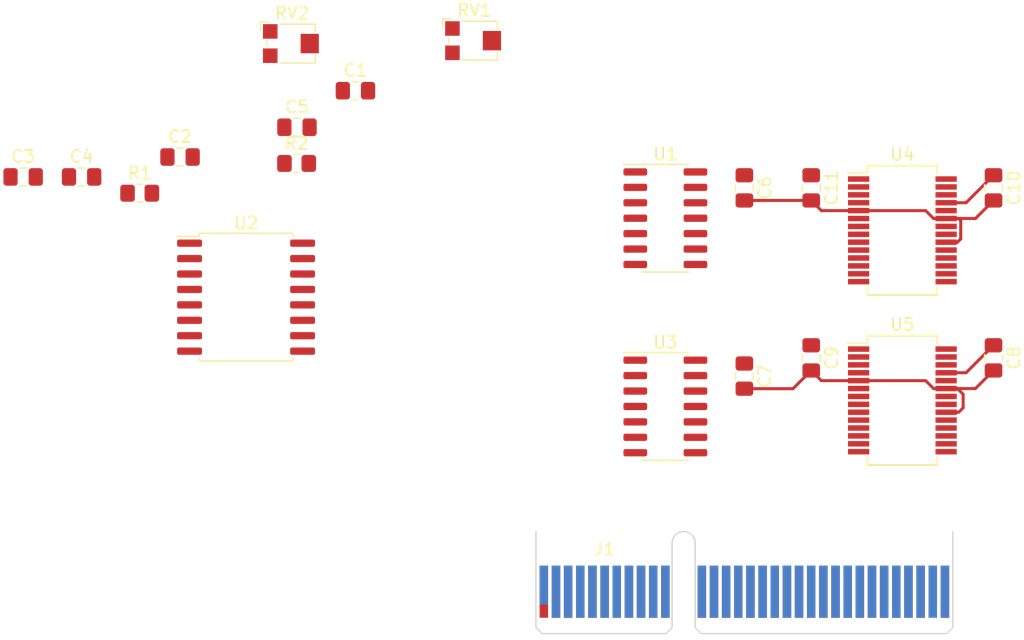
<source format=kicad_pcb>
(kicad_pcb (version 20210126) (generator pcbnew)
  (layers (0 "F.Cu" signal) (31 "B.Cu" signal) (34 "B.Paste" user) (35 "F.Paste" user) (36 "B.SilkS" user "B.Silkscreen") (37 "F.SilkS" user "F.Silkscreen") (38 "B.Mask" user) (39 "F.Mask" user) (44 "Edge.Cuts" user))
  (net 0 "")
  (net 1 "GND")
  (net 2 "+15V")
  (net 3 "-15V")
  (net 4 "Net-(C3-Pad1)")
  (net 5 "/Vref+")
  (net 6 "/Vref-")
  (net 7 "+5V")
  (net 8 "/Vdac6")
  (net 9 "/Vdac4")
  (net 10 "/Vdac2")
  (net 11 "/Vdac0")
  (net 17 "/Vdac7")
  (net 18 "/Vdac5")
  (net 19 "/Vdac3")
  (net 20 "/Vdac1")
  (net 26 "+3V3")
  (net 27 "/D1")
  (net 28 "/D3")
  (net 29 "/D5")
  (net 30 "/D7")
  (net 31 "/D9")
  (net 32 "/D11")
  (net 33 "/~CLR")
  (net 37 "/A1")
  (net 39 "/D0")
  (net 40 "/D2")
  (net 41 "/D4")
  (net 42 "/D6")
  (net 43 "/D8")
  (net 44 "/D10")
  (net 45 "/~LDAC")
  (net 49 "/A0")
  (net 50 "/A2")
  (net 51 "Net-(R1-Pad2)")
  (net 52 "Net-(R2-Pad2)")
  (net 53 "Net-(RV1-Pad2)")
  (net 54 "Net-(RV1-Pad3)")
  (net 55 "Net-(RV1-Pad1)")
  (net 56 "Net-(RV2-Pad2)")
  (net 58 "Net-(U1-Pad10)")
  (net 59 "/~LDAC~_0")
  (net 60 "Net-(U1-Pad3)")
  (net 63 "Net-(U3-Pad12)")
  (net 64 "/~LDAC~_1")
  (net 65 "Net-(U3-Pad10)")
  (net 66 "Net-(U3-Pad3)")
  (net 67 "Net-(C6-Pad1)")
  (footprint "Resistor_SMD:R_0805_2012Metric_Pad1.20x1.40mm_HandSolder" (layer "F.Cu") (at 67.75 72.44)
    (fp_text reference "R1" (at 0 -1.65) (layer "F.SilkS"))
    (fp_text value "6R2")
    (fp_line (start -0.227064 -0.735) (end 0.227064 -0.735) (layer "F.SilkS") (width 0.12))
    (fp_line (start -0.227064 0.735) (end 0.227064 0.735) (layer "F.SilkS") (width 0.12))
    (pad "1" smd roundrect (at -1 0) (size 1.2 1.4) (layers "F.Cu" "F.Paste" "F.Mask") (roundrect_rratio 0.208333) (net 5 "/Vref+"))
    (pad "2" smd roundrect (at 1 0) (size 1.2 1.4) (layers "F.Cu" "F.Paste" "F.Mask") (roundrect_rratio 0.208333) (net 51 "Net-(R1-Pad2)"))
  )
  (footprint "Capacitor_SMD:C_0805_2012Metric_Pad1.18x1.45mm_HandSolder" (layer "F.Cu") (at 123 86 -90)
    (fp_text reference "C9" (at 0 -1.68 90) (layer "F.SilkS"))
    (fp_text value "100n")
    (fp_line (start -0.261252 -0.735) (end 0.261252 -0.735) (layer "F.SilkS") (width 0.12))
    (fp_line (start -0.261252 0.735) (end 0.261252 0.735) (layer "F.SilkS") (width 0.12))
    (pad "1" smd roundrect (at -1.0375 0 270) (size 1.175 1.45) (layers "F.Cu" "F.Paste" "F.Mask") (roundrect_rratio 0.212766) (net 3 "-15V"))
    (pad "2" smd roundrect (at 1.0375 0 270) (size 1.175 1.45) (layers "F.Cu" "F.Paste" "F.Mask") (roundrect_rratio 0.212766) (net 1 "GND"))
  )
  (footprint "Connector_PCBEdge:BUS_PCIexpress_x4" (layer "F.Cu") (at 101 105.25)
    (fp_text reference "J1" (at 5 -3.5) (layer "F.SilkS"))
    (fp_text value "DacConnector")
    (fp_line (start 33.65 -4.95) (end 33.65 2.95) (layer "Edge.Cuts") (width 0.1))
    (fp_line (start 12.95 3.45) (end 33.15 3.45) (layer "Edge.Cuts") (width 0.1))
    (fp_line (start 33.65 2.95) (end 33.15 3.45) (layer "Edge.Cuts") (width 0.1))
    (fp_line (start 10.55 2.95) (end 10.05 3.45) (layer "Edge.Cuts") (width 0.1))
    (fp_line (start -0.65 2.95) (end -0.15 3.45) (layer "Edge.Cuts") (width 0.1))
    (fp_line (start -0.65 -4.95) (end -0.65 2.95) (layer "Edge.Cuts") (width 0.1))
    (fp_line (start 12.45 2.95) (end 12.95 3.45) (layer "Edge.Cuts") (width 0.1))
    (fp_line (start 12.45 -4) (end 12.45 2.95) (layer "Edge.Cuts") (width 0.1))
    (fp_line (start -0.15 3.45) (end 10.05 3.45) (layer "Edge.Cuts") (width 0.1))
    (fp_line (start 10.55 -4) (end 10.55 2.95) (layer "Edge.Cuts") (width 0.1))
    (fp_arc (start 11.5 -4) (end 12.45 -4) (angle -180) (layer "Edge.Cuts") (width 0.1))
    (pad "A1" connect rect (at 0 -0.55) (size 0.7 3.2) (layers "B.Cu" "B.Mask") (net 2 "+15V"))
    (pad "A2" connect rect (at 1 0) (size 0.7 4.3) (layers "B.Cu" "B.Mask") (net 1 "GND"))
    (pad "A3" connect rect (at 2 0) (size 0.7 4.3) (layers "B.Cu" "B.Mask") (net 3 "-15V"))
    (pad "A4" connect rect (at 3 0) (size 0.7 4.3) (layers "B.Cu" "B.Mask") (net 1 "GND"))
    (pad "A5" connect rect (at 4 0) (size 0.7 4.3) (layers "B.Cu" "B.Mask") (net 7 "+5V"))
    (pad "A6" connect rect (at 5 0) (size 0.7 4.3) (layers "B.Cu" "B.Mask") (net 39 "/D0"))
    (pad "A7" connect rect (at 6 0) (size 0.7 4.3) (layers "B.Cu" "B.Mask") (net 40 "/D2"))
    (pad "A8" connect rect (at 7 0) (size 0.7 4.3) (layers "B.Cu" "B.Mask") (net 41 "/D4"))
    (pad "A9" connect rect (at 8 0) (size 0.7 4.3) (layers "B.Cu" "B.Mask") (net 42 "/D6"))
    (pad "A10" connect rect (at 9 0) (size 0.7 4.3) (layers "B.Cu" "B.Mask") (net 43 "/D8"))
    (pad "A11" connect rect (at 10 0) (size 0.7 4.3) (layers "B.Cu" "B.Mask") (net 44 "/D10"))
    (pad "A12" connect rect (at 13 0) (size 0.7 4.3) (layers "B.Cu" "B.Mask") (net 49 "/A0"))
    (pad "A13" connect rect (at 14 0) (size 0.7 4.3) (layers "B.Cu" "B.Mask") (net 50 "/A2"))
    (pad "A14" connect rect (at 15 0) (size 0.7 4.3) (layers "B.Cu" "B.Mask") (net 45 "/~LDAC"))
    (pad "A15" connect rect (at 16 0) (size 0.7 4.3) (layers "B.Cu" "B.Mask") (net 1 "GND"))
    (pad "A16" connect rect (at 17 0) (size 0.7 4.3) (layers "B.Cu" "B.Mask"))
    (pad "A17" connect rect (at 18 0) (size 0.7 4.3) (layers "B.Cu" "B.Mask"))
    (pad "A18" connect rect (at 19 0) (size 0.7 4.3) (layers "B.Cu" "B.Mask"))
    (pad "A19" connect rect (at 20 0) (size 0.7 4.3) (layers "B.Cu" "B.Mask"))
    (pad "A20" connect rect (at 21 0) (size 0.7 4.3) (layers "B.Cu" "B.Mask"))
    (pad "A21" connect rect (at 22 0) (size 0.7 4.3) (layers "B.Cu" "B.Mask"))
    (pad "A22" connect rect (at 23 0) (size 0.7 4.3) (layers "B.Cu" "B.Mask"))
    (pad "A23" connect rect (at 24 0) (size 0.7 4.3) (layers "B.Cu" "B.Mask"))
    (pad "A24" connect rect (at 25 0) (size 0.7 4.3) (layers "B.Cu" "B.Mask") (net 1 "GND"))
    (pad "A25" connect rect (at 26 0) (size 0.7 4.3) (layers "B.Cu" "B.Mask") (net 11 "/Vdac0"))
    (pad "A26" connect rect (at 27 0) (size 0.7 4.3) (layers "B.Cu" "B.Mask") (net 1 "GND"))
    (pad "A27" connect rect (at 28 0) (size 0.7 4.3) (layers "B.Cu" "B.Mask") (net 10 "/Vdac2"))
    (pad "A28" connect rect (at 29 0) (size 0.7 4.3) (layers "B.Cu" "B.Mask") (net 1 "GND"))
    (pad "A29" connect rect (at 30 0) (size 0.7 4.3) (layers "B.Cu" "B.Mask") (net 9 "/Vdac4"))
    (pad "A30" connect rect (at 31 0) (size 0.7 4.3) (layers "B.Cu" "B.Mask") (net 1 "GND"))
    (pad "A31" connect rect (at 32 0) (size 0.7 4.3) (layers "B.Cu" "B.Mask") (net 8 "/Vdac6"))
    (pad "A32" connect rect (at 33 0) (size 0.7 4.3) (layers "B.Cu" "B.Mask") (net 1 "GND"))
    (pad "B1" connect rect (at 0 0) (size 0.7 4.3) (layers "F.Cu" "F.Mask") (net 2 "+15V"))
    (pad "B2" connect rect (at 1 0) (size 0.7 4.3) (layers "F.Cu" "F.Mask") (net 1 "GND"))
    (pad "B3" connect rect (at 2 0) (size 0.7 4.3) (layers "F.Cu" "F.Mask") (net 3 "-15V"))
    (pad "B4" connect rect (at 3 0) (size 0.7 4.3) (layers "F.Cu" "F.Mask") (net 1 "GND"))
    (pad "B5" connect rect (at 4 0) (size 0.7 4.3) (layers "F.Cu" "F.Mask") (net 26 "+3V3"))
    (pad "B6" connect rect (at 5 0) (size 0.7 4.3) (layers "F.Cu" "F.Mask") (net 27 "/D1"))
    (pad "B7" connect rect (at 6 0) (size 0.7 4.3) (layers "F.Cu" "F.Mask") (net 28 "/D3"))
    (pad "B8" connect rect (at 7 0) (size 0.7 4.3) (layers "F.Cu" "F.Mask") (net 29 "/D5"))
    (pad "B9" connect rect (at 8 0) (size 0.7 4.3) (layers "F.Cu" "F.Mask") (net 30 "/D7"))
    (pad "B10" connect rect (at 9 0) (size 0.7 4.3) (layers "F.Cu" "F.Mask") (net 31 "/D9"))
    (pad "B11" connect rect (at 10 0) (size 0.7 4.3) (layers "F.Cu" "F.Mask") (net 32 "/D11"))
    (pad "B12" connect rect (at 13 0) (size 0.7 4.3) (layers "F.Cu" "F.Mask") (net 37 "/A1"))
    (pad "B13" connect rect (at 14 0) (size 0.7 4.3) (layers "F.Cu" "F.Mask"))
    (pad "B14" connect rect (at 15 0) (size 0.7 4.3) (layers "F.Cu" "F.Mask") (net 33 "/~CLR"))
    (pad "B15" connect rect (at 16 0) (size 0.7 4.3) (layers "F.Cu" "F.Mask") (net 1 "GND"))
    (pad "B16" connect rect (at 17 0) (size 0.7 4.3) (layers "F.Cu" "F.Mask"))
    (pad "B17" connect rect (at 18 0) (size 0.7 4.3) (layers "F.Cu" "F.Mask"))
    (pad "B18" connect rect (at 19 0) (size 0.7 4.3) (layers "F.Cu" "F.Mask"))
    (pad "B19" connect rect (at 20 0) (size 0.7 4.3) (layers "F.Cu" "F.Mask"))
    (pad "B20" connect rect (at 21 0) (size 0.7 4.3) (layers "F.Cu" "F.Mask"))
    (pad "B21" connect rect (at 22 0) (size 0.7 4.3) (layers "F.Cu" "F.Mask"))
    (pad "B22" connect rect (at 23 0) (size 0.7 4.3) (layers "F.Cu" "F.Mask"))
    (pad "B23" connect rect (at 24 0) (size 0.7 4.3) (layers "F.Cu" "F.Mask"))
    (pad "B24" connect rect (at 25 0) (size 0.7 4.3) (layers "F.Cu" "F.Mask") (net 1 "GND"))
    (pad "B25" connect rect (at 26 0) (size 0.7 4.3) (layers "F.Cu" "F.Mask") (net 1 "GND"))
    (pad "B26" connect rect (at 27 0) (size 0.7 4.3) (layers "F.Cu" "F.Mask") (net 20 "/Vdac1"))
    (pad "B27" connect rect (at 28 0) (size 0.7 4.3) (layers "F.Cu" "F.Mask") (net 1 "GND"))
    (pad "B28" connect rect (at 29 0) (size 0.7 4.3) (layers "F.Cu" "F.Mask") (net 19 "/Vdac3"))
    (pad "B29" connect rect (at 30 0) (size 0.7 4.3) (layers "F.Cu" "F.Mask") (net 1 "GND"))
    (pad "B30" connect rect (at 31 0) (size 0.7 4.3) (layers "F.Cu" "F.Mask") (net 18 "/Vdac5"))
    (pad "B31" connect rect (at 32 -0.55) (size 0.7 3.2) (layers "F.Cu" "F.Mask") (net 1 "GND"))
    (pad "B32" connect rect (at 33 0) (size 0.7 4.3) (layers "F.Cu" "F.Mask") (net 17 "/Vdac7"))
  )
  (footprint "Capacitor_SMD:C_0805_2012Metric_Pad1.18x1.45mm_HandSolder" (layer "F.Cu") (at 123 72 -90)
    (fp_text reference "C11" (at 0 -1.68 90) (layer "F.SilkS"))
    (fp_text value "100n")
    (fp_line (start -0.261252 -0.735) (end 0.261252 -0.735) (layer "F.SilkS") (width 0.12))
    (fp_line (start -0.261252 0.735) (end 0.261252 0.735) (layer "F.SilkS") (width 0.12))
    (pad "1" smd roundrect (at -1.0375 0 270) (size 1.175 1.45) (layers "F.Cu" "F.Paste" "F.Mask") (roundrect_rratio 0.212766) (net 3 "-15V"))
    (pad "2" smd roundrect (at 1.0375 0 270) (size 1.175 1.45) (layers "F.Cu" "F.Paste" "F.Mask") (roundrect_rratio 0.212766) (net 1 "GND"))
  )
  (footprint "Capacitor_SMD:C_0805_2012Metric_Pad1.18x1.45mm_HandSolder" (layer "F.Cu") (at 85.5 64)
    (fp_text reference "C1" (at 0 -1.68) (layer "F.SilkS"))
    (fp_text value "100n")
    (fp_line (start -0.261252 -0.735) (end 0.261252 -0.735) (layer "F.SilkS") (width 0.12))
    (fp_line (start -0.261252 0.735) (end 0.261252 0.735) (layer "F.SilkS") (width 0.12))
    (pad "1" smd roundrect (at -1.0375 0) (size 1.175 1.45) (layers "F.Cu" "F.Paste" "F.Mask") (roundrect_rratio 0.212766) (net 2 "+15V"))
    (pad "2" smd roundrect (at 1.0375 0) (size 1.175 1.45) (layers "F.Cu" "F.Paste" "F.Mask") (roundrect_rratio 0.212766) (net 1 "GND"))
  )
  (footprint "Capacitor_SMD:C_0805_2012Metric_Pad1.18x1.45mm_HandSolder" (layer "F.Cu") (at 138 72 -90)
    (fp_text reference "C10" (at 0 -1.68 90) (layer "F.SilkS"))
    (fp_text value "100n")
    (fp_line (start -0.261252 -0.735) (end 0.261252 -0.735) (layer "F.SilkS") (width 0.12))
    (fp_line (start -0.261252 0.735) (end 0.261252 0.735) (layer "F.SilkS") (width 0.12))
    (pad "1" smd roundrect (at -1.0375 0 270) (size 1.175 1.45) (layers "F.Cu" "F.Paste" "F.Mask") (roundrect_rratio 0.212766) (net 2 "+15V"))
    (pad "2" smd roundrect (at 1.0375 0 270) (size 1.175 1.45) (layers "F.Cu" "F.Paste" "F.Mask") (roundrect_rratio 0.212766) (net 1 "GND"))
  )
  (footprint "Capacitor_SMD:C_0805_2012Metric_Pad1.18x1.45mm_HandSolder" (layer "F.Cu") (at 117.5 72 -90)
    (fp_text reference "C6" (at 0 -1.68 90) (layer "F.SilkS"))
    (fp_text value "100n")
    (fp_line (start -0.261252 -0.735) (end 0.261252 -0.735) (layer "F.SilkS") (width 0.12))
    (fp_line (start -0.261252 0.735) (end 0.261252 0.735) (layer "F.SilkS") (width 0.12))
    (pad "1" smd roundrect (at -1.0375 0 270) (size 1.175 1.45) (layers "F.Cu" "F.Paste" "F.Mask") (roundrect_rratio 0.212766) (net 67 "Net-(C6-Pad1)"))
    (pad "2" smd roundrect (at 1.0375 0 270) (size 1.175 1.45) (layers "F.Cu" "F.Paste" "F.Mask") (roundrect_rratio 0.212766) (net 1 "GND"))
  )
  (footprint "Package_SO:SSOP-28_5.3x10.2mm_P0.65mm" (layer "F.Cu") (at 130.5 89.5)
    (fp_text reference "U5" (at 0 -6.25) (layer "F.SilkS"))
    (fp_text value "AD5725")
    (fp_line (start 2.875 -5.325) (end 2.875 -4.675) (layer "F.SilkS") (width 0.15))
    (fp_line (start -2.875 -4.75) (end -4.475 -4.75) (layer "F.SilkS") (width 0.15))
    (fp_line (start -2.875 -5.325) (end 2.875 -5.325) (layer "F.SilkS") (width 0.15))
    (fp_line (start -2.875 -5.325) (end -2.875 -4.75) (layer "F.SilkS") (width 0.15))
    (fp_line (start 2.875 5.325) (end 2.875 4.675) (layer "F.SilkS") (width 0.15))
    (fp_line (start -2.875 5.325) (end 2.875 5.325) (layer "F.SilkS") (width 0.15))
    (fp_line (start -2.875 5.325) (end -2.875 4.675) (layer "F.SilkS") (width 0.15))
    (pad "1" smd rect (at -3.6 -4.225) (size 1.75 0.45) (layers "F.Cu" "F.Paste" "F.Mask") (net 5 "/Vref+"))
    (pad "2" smd rect (at -3.6 -3.575) (size 1.75 0.45) (layers "F.Cu" "F.Paste" "F.Mask") (net 18 "/Vdac5"))
    (pad "3" smd rect (at -3.6 -2.925) (size 1.75 0.45) (layers "F.Cu" "F.Paste" "F.Mask") (net 9 "/Vdac4"))
    (pad "4" smd rect (at -3.6 -2.275) (size 1.75 0.45) (layers "F.Cu" "F.Paste" "F.Mask") (net 3 "-15V"))
    (pad "5" smd rect (at -3.6 -1.625) (size 1.75 0.45) (layers "F.Cu" "F.Paste" "F.Mask") (net 1 "GND"))
    (pad "6" smd rect (at -3.6 -0.975) (size 1.75 0.45) (layers "F.Cu" "F.Paste" "F.Mask") (net 33 "/~CLR"))
    (pad "7" smd rect (at -3.6 -0.325) (size 1.75 0.45) (layers "F.Cu" "F.Paste" "F.Mask") (net 64 "/~LDAC~_1"))
    (pad "8" smd rect (at -3.6 0.325) (size 1.75 0.45) (layers "F.Cu" "F.Paste" "F.Mask") (net 39 "/D0"))
    (pad "9" smd rect (at -3.6 0.975) (size 1.75 0.45) (layers "F.Cu" "F.Paste" "F.Mask") (net 27 "/D1"))
    (pad "10" smd rect (at -3.6 1.625) (size 1.75 0.45) (layers "F.Cu" "F.Paste" "F.Mask") (net 40 "/D2"))
    (pad "11" smd rect (at -3.6 2.275) (size 1.75 0.45) (layers "F.Cu" "F.Paste" "F.Mask") (net 28 "/D3"))
    (pad "12" smd rect (at -3.6 2.925) (size 1.75 0.45) (layers "F.Cu" "F.Paste" "F.Mask") (net 41 "/D4"))
    (pad "13" smd rect (at -3.6 3.575) (size 1.75 0.45) (layers "F.Cu" "F.Paste" "F.Mask") (net 29 "/D5"))
    (pad "14" smd rect (at -3.6 4.225) (size 1.75 0.45) (layers "F.Cu" "F.Paste" "F.Mask") (net 42 "/D6"))
    (pad "15" smd rect (at 3.6 4.225) (size 1.75 0.45) (layers "F.Cu" "F.Paste" "F.Mask") (net 30 "/D7"))
    (pad "16" smd rect (at 3.6 3.575) (size 1.75 0.45) (layers "F.Cu" "F.Paste" "F.Mask") (net 43 "/D8"))
    (pad "17" smd rect (at 3.6 2.925) (size 1.75 0.45) (layers "F.Cu" "F.Paste" "F.Mask") (net 31 "/D9"))
    (pad "18" smd rect (at 3.6 2.275) (size 1.75 0.45) (layers "F.Cu" "F.Paste" "F.Mask") (net 44 "/D10"))
    (pad "19" smd rect (at 3.6 1.625) (size 1.75 0.45) (layers "F.Cu" "F.Paste" "F.Mask") (net 32 "/D11"))
    (pad "20" smd rect (at 3.6 0.975) (size 1.75 0.45) (layers "F.Cu" "F.Paste" "F.Mask") (net 1 "GND"))
    (pad "21" smd rect (at 3.6 0.325) (size 1.75 0.45) (layers "F.Cu" "F.Paste" "F.Mask") (net 37 "/A1"))
    (pad "22" smd rect (at 3.6 -0.325) (size 1.75 0.45) (layers "F.Cu" "F.Paste" "F.Mask") (net 49 "/A0"))
    (pad "23" smd rect (at 3.6 -0.975) (size 1.75 0.45) (layers "F.Cu" "F.Paste" "F.Mask") (net 1 "GND"))
    (pad "24" smd rect (at 3.6 -1.625) (size 1.75 0.45) (layers "F.Cu" "F.Paste" "F.Mask") (net 7 "+5V"))
    (pad "25" smd rect (at 3.6 -2.275) (size 1.75 0.45) (layers "F.Cu" "F.Paste" "F.Mask") (net 2 "+15V"))
    (pad "26" smd rect (at 3.6 -2.925) (size 1.75 0.45) (layers "F.Cu" "F.Paste" "F.Mask") (net 17 "/Vdac7"))
    (pad "27" smd rect (at 3.6 -3.575) (size 1.75 0.45) (layers "F.Cu" "F.Paste" "F.Mask") (net 8 "/Vdac6"))
    (pad "28" smd rect (at 3.6 -4.225) (size 1.75 0.45) (layers "F.Cu" "F.Paste" "F.Mask") (net 6 "/Vref-"))
  )
  (footprint "Capacitor_SMD:C_0805_2012Metric_Pad1.18x1.45mm_HandSolder" (layer "F.Cu") (at 62.97 71.1)
    (fp_text reference "C4" (at 0 -1.68) (layer "F.SilkS"))
    (fp_text value "220n")
    (fp_line (start -0.261252 -0.735) (end 0.261252 -0.735) (layer "F.SilkS") (width 0.12))
    (fp_line (start -0.261252 0.735) (end 0.261252 0.735) (layer "F.SilkS") (width 0.12))
    (pad "1" smd roundrect (at -1.0375 0) (size 1.175 1.45) (layers "F.Cu" "F.Paste" "F.Mask") (roundrect_rratio 0.212766) (net 5 "/Vref+"))
    (pad "2" smd roundrect (at 1.0375 0) (size 1.175 1.45) (layers "F.Cu" "F.Paste" "F.Mask") (roundrect_rratio 0.212766) (net 1 "GND"))
  )
  (footprint "Package_SO:SOIC-14_3.9x8.7mm_P1.27mm" (layer "F.Cu") (at 111 90)
    (fp_text reference "U3" (at 0 -5.28) (layer "F.SilkS"))
    (fp_text value "74HC00")
    (fp_line (start 0 -4.435) (end 1.95 -4.435) (layer "F.SilkS") (width 0.12))
    (fp_line (start 0 -4.435) (end -3.45 -4.435) (layer "F.SilkS") (width 0.12))
    (fp_line (start 0 4.435) (end 1.95 4.435) (layer "F.SilkS") (width 0.12))
    (fp_line (start 0 4.435) (end -1.95 4.435) (layer "F.SilkS") (width 0.12))
    (pad "1" smd roundrect (at -2.475 -3.81) (size 1.95 0.6) (layers "F.Cu" "F.Paste" "F.Mask") (net 45 "/~LDAC"))
    (pad "2" smd roundrect (at -2.475 -2.54) (size 1.95 0.6) (layers "F.Cu" "F.Paste" "F.Mask") (net 45 "/~LDAC"))
    (pad "3" smd roundrect (at -2.475 -1.27) (size 1.95 0.6) (layers "F.Cu" "F.Paste" "F.Mask") (net 66 "Net-(U3-Pad3)"))
    (pad "4" smd roundrect (at -2.475 0) (size 1.95 0.6) (layers "F.Cu" "F.Paste" "F.Mask") (net 50 "/A2"))
    (pad "5" smd roundrect (at -2.475 1.27) (size 1.95 0.6) (layers "F.Cu" "F.Paste" "F.Mask") (net 50 "/A2"))
    (pad "6" smd roundrect (at -2.475 2.54) (size 1.95 0.6) (layers "F.Cu" "F.Paste" "F.Mask") (net 65 "Net-(U3-Pad10)"))
    (pad "7" smd roundrect (at -2.475 3.81) (size 1.95 0.6) (layers "F.Cu" "F.Paste" "F.Mask") (net 1 "GND"))
    (pad "8" smd roundrect (at 2.475 3.81) (size 1.95 0.6) (layers "F.Cu" "F.Paste" "F.Mask") (net 63 "Net-(U3-Pad12)"))
    (pad "9" smd roundrect (at 2.475 2.54) (size 1.95 0.6) (layers "F.Cu" "F.Paste" "F.Mask") (net 66 "Net-(U3-Pad3)"))
    (pad "10" smd roundrect (at 2.475 1.27) (size 1.95 0.6) (layers "F.Cu" "F.Paste" "F.Mask") (net 65 "Net-(U3-Pad10)"))
    (pad "11" smd roundrect (at 2.475 0) (size 1.95 0.6) (layers "F.Cu" "F.Paste" "F.Mask") (net 64 "/~LDAC~_1"))
    (pad "12" smd roundrect (at 2.475 -1.27) (size 1.95 0.6) (layers "F.Cu" "F.Paste" "F.Mask") (net 63 "Net-(U3-Pad12)"))
    (pad "13" smd roundrect (at 2.475 -2.54) (size 1.95 0.6) (layers "F.Cu" "F.Paste" "F.Mask") (net 63 "Net-(U3-Pad12)"))
    (pad "14" smd roundrect (at 2.475 -3.81) (size 1.95 0.6) (layers "F.Cu" "F.Paste" "F.Mask") (net 7 "+5V"))
  )
  (footprint "Capacitor_SMD:C_0805_2012Metric_Pad1.18x1.45mm_HandSolder" (layer "F.Cu") (at 117.5 87.5 -90)
    (fp_text reference "C7" (at 0 -1.68 90) (layer "F.SilkS"))
    (fp_text value "100n")
    (fp_line (start -0.261252 -0.735) (end 0.261252 -0.735) (layer "F.SilkS") (width 0.12))
    (fp_line (start -0.261252 0.735) (end 0.261252 0.735) (layer "F.SilkS") (width 0.12))
    (pad "1" smd roundrect (at -1.0375 0 270) (size 1.175 1.45) (layers "F.Cu" "F.Paste" "F.Mask") (roundrect_rratio 0.212766) (net 67 "Net-(C6-Pad1)"))
    (pad "2" smd roundrect (at 1.0375 0 270) (size 1.175 1.45) (layers "F.Cu" "F.Paste" "F.Mask") (roundrect_rratio 0.212766) (net 1 "GND"))
  )
  (footprint "Capacitor_SMD:C_0805_2012Metric_Pad1.18x1.45mm_HandSolder" (layer "F.Cu") (at 58.16 71.1)
    (fp_text reference "C3" (at 0 -1.68) (layer "F.SilkS"))
    (fp_text value "1u")
    (fp_line (start -0.261252 -0.735) (end 0.261252 -0.735) (layer "F.SilkS") (width 0.12))
    (fp_line (start -0.261252 0.735) (end 0.261252 0.735) (layer "F.SilkS") (width 0.12))
    (pad "1" smd roundrect (at -1.0375 0) (size 1.175 1.45) (layers "F.Cu" "F.Paste" "F.Mask") (roundrect_rratio 0.212766) (net 4 "Net-(C3-Pad1)"))
    (pad "2" smd roundrect (at 1.0375 0) (size 1.175 1.45) (layers "F.Cu" "F.Paste" "F.Mask") (roundrect_rratio 0.212766) (net 1 "GND"))
  )
  (footprint "Package_SO:SOIC-16W_7.5x10.3mm_P1.27mm" (layer "F.Cu") (at 76.5 81)
    (fp_text reference "U2" (at 0 -6.1) (layer "F.SilkS"))
    (fp_text value "AD688")
    (fp_line (start 3.86 -5.26) (end 3.86 -5.005) (layer "F.SilkS") (width 0.12))
    (fp_line (start 0 -5.26) (end -3.86 -5.26) (layer "F.SilkS") (width 0.12))
    (fp_line (start 3.86 5.26) (end 3.86 5.005) (layer "F.SilkS") (width 0.12))
    (fp_line (start -3.86 -5.26) (end -3.86 -5.005) (layer "F.SilkS") (width 0.12))
    (fp_line (start -3.86 5.26) (end -3.86 5.005) (layer "F.SilkS") (width 0.12))
    (fp_line (start 0 5.26) (end -3.86 5.26) (layer "F.SilkS") (width 0.12))
    (fp_line (start -3.86 -5.005) (end -5.675 -5.005) (layer "F.SilkS") (width 0.12))
    (fp_line (start 0 5.26) (end 3.86 5.26) (layer "F.SilkS") (width 0.12))
    (fp_line (start 0 -5.26) (end 3.86 -5.26) (layer "F.SilkS") (width 0.12))
    (pad "1" smd roundrect (at -4.65 -4.445) (size 2.05 0.6) (layers "F.Cu" "F.Paste" "F.Mask") (net 51 "Net-(R1-Pad2)"))
    (pad "2" smd roundrect (at -4.65 -3.175) (size 2.05 0.6) (layers "F.Cu" "F.Paste" "F.Mask") (net 2 "+15V"))
    (pad "3" smd roundrect (at -4.65 -1.905) (size 2.05 0.6) (layers "F.Cu" "F.Paste" "F.Mask") (net 5 "/Vref+"))
    (pad "4" smd roundrect (at -4.65 -0.635) (size 2.05 0.6) (layers "F.Cu" "F.Paste" "F.Mask") (net 55 "Net-(RV1-Pad1)"))
    (pad "5" smd roundrect (at -4.65 0.635) (size 2.05 0.6) (layers "F.Cu" "F.Paste" "F.Mask") (net 53 "Net-(RV1-Pad2)"))
    (pad "6" smd roundrect (at -4.65 1.905) (size 2.05 0.6) (layers "F.Cu" "F.Paste" "F.Mask") (net 55 "Net-(RV1-Pad1)"))
    (pad "7" smd roundrect (at -4.65 3.175) (size 2.05 0.6) (layers "F.Cu" "F.Paste" "F.Mask") (net 4 "Net-(C3-Pad1)"))
    (pad "8" smd roundrect (at -4.65 4.445) (size 2.05 0.6) (layers "F.Cu" "F.Paste" "F.Mask") (net 54 "Net-(RV1-Pad3)"))
    (pad "9" smd roundrect (at 4.65 4.445) (size 2.05 0.6) (layers "F.Cu" "F.Paste" "F.Mask") (net 1 "GND"))
    (pad "10" smd roundrect (at 4.65 3.175) (size 2.05 0.6) (layers "F.Cu" "F.Paste" "F.Mask"))
    (pad "11" smd roundrect (at 4.65 1.905) (size 2.05 0.6) (layers "F.Cu" "F.Paste" "F.Mask"))
    (pad "12" smd roundrect (at 4.65 0.635) (size 2.05 0.6) (layers "F.Cu" "F.Paste" "F.Mask") (net 56 "Net-(RV2-Pad2)"))
    (pad "13" smd roundrect (at 4.65 -0.635) (size 2.05 0.6) (layers "F.Cu" "F.Paste" "F.Mask") (net 54 "Net-(RV1-Pad3)"))
    (pad "14" smd roundrect (at 4.65 -1.905) (size 2.05 0.6) (layers "F.Cu" "F.Paste" "F.Mask") (net 6 "/Vref-"))
    (pad "15" smd roundrect (at 4.65 -3.175) (size 2.05 0.6) (layers "F.Cu" "F.Paste" "F.Mask") (net 52 "Net-(R2-Pad2)"))
    (pad "16" smd roundrect (at 4.65 -4.445) (size 2.05 0.6) (layers "F.Cu" "F.Paste" "F.Mask") (net 3 "-15V"))
  )
  (footprint "Package_SO:SSOP-28_5.3x10.2mm_P0.65mm" (layer "F.Cu") (at 130.5 75.5)
    (fp_text reference "U4" (at 0 -6.25) (layer "F.SilkS"))
    (fp_text value "AD5725")
    (fp_line (start 2.875 -5.325) (end 2.875 -4.675) (layer "F.SilkS") (width 0.15))
    (fp_line (start 2.875 5.325) (end 2.875 4.675) (layer "F.SilkS") (width 0.15))
    (fp_line (start -2.875 5.325) (end 2.875 5.325) (layer "F.SilkS") (width 0.15))
    (fp_line (start -2.875 -5.325) (end 2.875 -5.325) (layer "F.SilkS") (width 0.15))
    (fp_line (start -2.875 5.325) (end -2.875 4.675) (layer "F.SilkS") (width 0.15))
    (fp_line (start -2.875 -4.75) (end -4.475 -4.75) (layer "F.SilkS") (width 0.15))
    (fp_line (start -2.875 -5.325) (end -2.875 -4.75) (layer "F.SilkS") (width 0.15))
    (pad "1" smd rect (at -3.6 -4.225) (size 1.75 0.45) (layers "F.Cu" "F.Paste" "F.Mask") (net 5 "/Vref+"))
    (pad "2" smd rect (at -3.6 -3.575) (size 1.75 0.45) (layers "F.Cu" "F.Paste" "F.Mask") (net 20 "/Vdac1"))
    (pad "3" smd rect (at -3.6 -2.925) (size 1.75 0.45) (layers "F.Cu" "F.Paste" "F.Mask") (net 11 "/Vdac0"))
    (pad "4" smd rect (at -3.6 -2.275) (size 1.75 0.45) (layers "F.Cu" "F.Paste" "F.Mask") (net 3 "-15V"))
    (pad "5" smd rect (at -3.6 -1.625) (size 1.75 0.45) (layers "F.Cu" "F.Paste" "F.Mask") (net 1 "GND"))
    (pad "6" smd rect (at -3.6 -0.975) (size 1.75 0.45) (layers "F.Cu" "F.Paste" "F.Mask") (net 33 "/~CLR"))
    (pad "7" smd rect (at -3.6 -0.325) (size 1.75 0.45) (layers "F.Cu" "F.Paste" "F.Mask") (net 59 "/~LDAC~_0"))
    (pad "8" smd rect (at -3.6 0.325) (size 1.75 0.45) (layers "F.Cu" "F.Paste" "F.Mask") (net 39 "/D0"))
    (pad "9" smd rect (at -3.6 0.975) (size 1.75 0.45) (layers "F.Cu" "F.Paste" "F.Mask") (net 27 "/D1"))
    (pad "10" smd rect (at -3.6 1.625) (size 1.75 0.45) (layers "F.Cu" "F.Paste" "F.Mask") (net 40 "/D2"))
    (pad "11" smd rect (at -3.6 2.275) (size 1.75 0.45) (layers "F.Cu" "F.Paste" "F.Mask") (net 28 "/D3"))
    (pad "12" smd rect (at -3.6 2.925) (size 1.75 0.45) (layers "F.Cu" "F.Paste" "F.Mask") (net 41 "/D4"))
    (pad "13" smd rect (at -3.6 3.575) (size 1.75 0.45) (layers "F.Cu" "F.Paste" "F.Mask") (net 29 "/D5"))
    (pad "14" smd rect (at -3.6 4.225) (size 1.75 0.45) (layers "F.Cu" "F.Paste" "F.Mask") (net 42 "/D6"))
    (pad "15" smd rect (at 3.6 4.225) (size 1.75 0.45) (layers "F.Cu" "F.Paste" "F.Mask") (net 30 "/D7"))
    (pad "16" smd rect (at 3.6 3.575) (size 1.75 0.45) (layers "F.Cu" "F.Paste" "F.Mask") (net 43 "/D8"))
    (pad "17" smd rect (at 3.6 2.925) (size 1.75 0.45) (layers "F.Cu" "F.Paste" "F.Mask") (net 31 "/D9"))
    (pad "18" smd rect (at 3.6 2.275) (size 1.75 0.45) (layers "F.Cu" "F.Paste" "F.Mask") (net 44 "/D10"))
    (pad "19" smd rect (at 3.6 1.625) (size 1.75 0.45) (layers "F.Cu" "F.Paste" "F.Mask") (net 32 "/D11"))
    (pad "20" smd rect (at 3.6 0.975) (size 1.75 0.45) (layers "F.Cu" "F.Paste" "F.Mask") (net 1 "GND"))
    (pad "21" smd rect (at 3.6 0.325) (size 1.75 0.45) (layers "F.Cu" "F.Paste" "F.Mask") (net 37 "/A1"))
    (pad "22" smd rect (at 3.6 -0.325) (size 1.75 0.45) (layers "F.Cu" "F.Paste" "F.Mask") (net 49 "/A0"))
    (pad "23" smd rect (at 3.6 -0.975) (size 1.75 0.45) (layers "F.Cu" "F.Paste" "F.Mask") (net 1 "GND"))
    (pad "24" smd rect (at 3.6 -1.625) (size 1.75 0.45) (layers "F.Cu" "F.Paste" "F.Mask") (net 7 "+5V"))
    (pad "25" smd rect (at 3.6 -2.275) (size 1.75 0.45) (layers "F.Cu" "F.Paste" "F.Mask") (net 2 "+15V"))
    (pad "26" smd rect (at 3.6 -2.925) (size 1.75 0.45) (layers "F.Cu" "F.Paste" "F.Mask") (net 19 "/Vdac3"))
    (pad "27" smd rect (at 3.6 -3.575) (size 1.75 0.45) (layers "F.Cu" "F.Paste" "F.Mask") (net 10 "/Vdac2"))
    (pad "28" smd rect (at 3.6 -4.225) (size 1.75 0.45) (layers "F.Cu" "F.Paste" "F.Mask") (net 6 "/Vref-"))
  )
  (footprint "Package_SO:SOIC-14_3.9x8.7mm_P1.27mm" (layer "F.Cu") (at 111 74.5)
    (fp_text reference "U1" (at 0 -5.28) (layer "F.SilkS"))
    (fp_text value "74HC00")
    (fp_line (start 0 -4.435) (end -3.45 -4.435) (layer "F.SilkS") (width 0.12))
    (fp_line (start 0 4.435) (end 1.95 4.435) (layer "F.SilkS") (width 0.12))
    (fp_line (start 0 -4.435) (end 1.95 -4.435) (layer "F.SilkS") (width 0.12))
    (fp_line (start 0 4.435) (end -1.95 4.435) (layer "F.SilkS") (width 0.12))
    (pad "1" smd roundrect (at -2.475 -3.81) (size 1.95 0.6) (layers "F.Cu" "F.Paste" "F.Mask") (net 45 "/~LDAC"))
    (pad "2" smd roundrect (at -2.475 -2.54) (size 1.95 0.6) (layers "F.Cu" "F.Paste" "F.Mask") (net 45 "/~LDAC"))
    (pad "3" smd roundrect (at -2.475 -1.27) (size 1.95 0.6) (layers "F.Cu" "F.Paste" "F.Mask") (net 60 "Net-(U1-Pad3)"))
    (pad "4" smd roundrect (at -2.475 0) (size 1.95 0.6) (layers "F.Cu" "F.Paste" "F.Mask") (net 60 "Net-(U1-Pad3)"))
    (pad "5" smd roundrect (at -2.475 1.27) (size 1.95 0.6) (layers "F.Cu" "F.Paste" "F.Mask") (net 50 "/A2"))
    (pad "6" smd roundrect (at -2.475 2.54) (size 1.95 0.6) (layers "F.Cu" "F.Paste" "F.Mask") (net 58 "Net-(U1-Pad10)"))
    (pad "7" smd roundrect (at -2.475 3.81) (size 1.95 0.6) (layers "F.Cu" "F.Paste" "F.Mask") (net 1 "GND"))
    (pad "8" smd roundrect (at 2.475 3.81) (size 1.95 0.6) (layers "F.Cu" "F.Paste" "F.Mask") (net 59 "/~LDAC~_0"))
    (pad "9" smd roundrect (at 2.475 2.54) (size 1.95 0.6) (layers "F.Cu" "F.Paste" "F.Mask") (net 58 "Net-(U1-Pad10)"))
    (pad "10" smd roundrect (at 2.475 1.27) (size 1.95 0.6) (layers "F.Cu" "F.Paste" "F.Mask") (net 58 "Net-(U1-Pad10)"))
    (pad "11" smd roundrect (at 2.475 0) (size 1.95 0.6) (layers "F.Cu" "F.Paste" "F.Mask"))
    (pad "12" smd roundrect (at 2.475 -1.27) (size 1.95 0.6) (layers "F.Cu" "F.Paste" "F.Mask") (net 7 "+5V"))
    (pad "13" smd roundrect (at 2.475 -2.54) (size 1.95 0.6) (layers "F.Cu" "F.Paste" "F.Mask") (net 7 "+5V"))
    (pad "14" smd roundrect (at 2.475 -3.81) (size 1.95 0.6) (layers "F.Cu" "F.Paste" "F.Mask") (net 7 "+5V"))
  )
  (footprint "Capacitor_SMD:C_0805_2012Metric_Pad1.18x1.45mm_HandSolder" (layer "F.Cu") (at 80.69 67.01)
    (fp_text reference "C5" (at 0 -1.68) (layer "F.SilkS"))
    (fp_text value "220n")
    (fp_line (start -0.261252 0.735) (end 0.261252 0.735) (layer "F.SilkS") (width 0.12))
    (fp_line (start -0.261252 -0.735) (end 0.261252 -0.735) (layer "F.SilkS") (width 0.12))
    (pad "1" smd roundrect (at -1.0375 0) (size 1.175 1.45) (layers "F.Cu" "F.Paste" "F.Mask") (roundrect_rratio 0.212766) (net 6 "/Vref-"))
    (pad "2" smd roundrect (at 1.0375 0) (size 1.175 1.45) (layers "F.Cu" "F.Paste" "F.Mask") (roundrect_rratio 0.212766) (net 1 "GND"))
  )
  (footprint "Resistor_SMD:R_0805_2012Metric_Pad1.20x1.40mm_HandSolder" (layer "F.Cu") (at 80.66 69.99)
    (fp_text reference "R2" (at 0 -1.65) (layer "F.SilkS"))
    (fp_text value "6R2")
    (fp_line (start -0.227064 0.735) (end 0.227064 0.735) (layer "F.SilkS") (width 0.12))
    (fp_line (start -0.227064 -0.735) (end 0.227064 -0.735) (layer "F.SilkS") (width 0.12))
    (pad "1" smd roundrect (at -1 0) (size 1.2 1.4) (layers "F.Cu" "F.Paste" "F.Mask") (roundrect_rratio 0.208333) (net 6 "/Vref-"))
    (pad "2" smd roundrect (at 1 0) (size 1.2 1.4) (layers "F.Cu" "F.Paste" "F.Mask") (roundrect_rratio 0.208333) (net 52 "Net-(R2-Pad2)"))
  )
  (footprint "Capacitor_SMD:C_0805_2012Metric_Pad1.18x1.45mm_HandSolder" (layer "F.Cu") (at 138 86 -90)
    (fp_text reference "C8" (at 0 -1.68 90) (layer "F.SilkS"))
    (fp_text value "100n")
    (fp_line (start -0.261252 0.735) (end 0.261252 0.735) (layer "F.SilkS") (width 0.12))
    (fp_line (start -0.261252 -0.735) (end 0.261252 -0.735) (layer "F.SilkS") (width 0.12))
    (pad "1" smd roundrect (at -1.0375 0 270) (size 1.175 1.45) (layers "F.Cu" "F.Paste" "F.Mask") (roundrect_rratio 0.212766) (net 2 "+15V"))
    (pad "2" smd roundrect (at 1.0375 0 270) (size 1.175 1.45) (layers "F.Cu" "F.Paste" "F.Mask") (roundrect_rratio 0.212766) (net 1 "GND"))
  )
  (footprint "Capacitor_SMD:C_0805_2012Metric_Pad1.18x1.45mm_HandSolder" (layer "F.Cu") (at 71.07 69.46)
    (fp_text reference "C2" (at 0 -1.68) (layer "F.SilkS"))
    (fp_text value "100n")
    (fp_line (start -0.261252 0.735) (end 0.261252 0.735) (layer "F.SilkS") (width 0.12))
    (fp_line (start -0.261252 -0.735) (end 0.261252 -0.735) (layer "F.SilkS") (width 0.12))
    (pad "1" smd roundrect (at -1.0375 0) (size 1.175 1.45) (layers "F.Cu" "F.Paste" "F.Mask") (roundrect_rratio 0.212766) (net 3 "-15V"))
    (pad "2" smd roundrect (at 1.0375 0) (size 1.175 1.45) (layers "F.Cu" "F.Paste" "F.Mask") (roundrect_rratio 0.212766) (net 1 "GND"))
  )
  (footprint "Potentiometer_SMD:Potentiometer_Bourns_TC33X_Vertical" (layer "F.Cu") (at 80.29 60.12)
    (fp_text reference "RV2" (at 0 -2.5) (layer "F.SilkS"))
    (fp_text value "100k")
    (fp_line (start -1 -1.6) (end 1.9 -1.6) (layer "F.SilkS") (width 0.12))
    (fp_line (start -2.6 -1.8) (end -2.6 -1.1) (layer "F.SilkS") (width 0.12))
    (fp_line (start 1.9 1.6) (end 1.9 1) (layer "F.SilkS") (width 0.12))
    (fp_line (start 1.9 -1.6) (end 1.9 -1) (layer "F.SilkS") (width 0.12))
    (fp_line (start -1.9 -1.8) (end -2.6 -1.8) (layer "F.SilkS") (width 0.12))
    (fp_line (start -1 1.6) (end 1.9 1.6) (layer "F.SilkS") (width 0.12))
    (fp_line (start -2.1 -0.2) (end -2.1 0.2) (layer "F.SilkS") (width 0.12))
    (pad "1" smd rect (at -1.8 -1) (size 1.2 1.2) (layers "F.Cu" "F.Paste" "F.Mask") (net 55 "Net-(RV1-Pad1)"))
    (pad "2" smd rect (at 1.45 0) (size 1.5 1.6) (layers "F.Cu" "F.Paste" "F.Mask") (net 56 "Net-(RV2-Pad2)"))
    (pad "3" smd rect (at -1.8 1) (size 1.2 1.2) (layers "F.Cu" "F.Paste" "F.Mask") (net 54 "Net-(RV1-Pad3)"))
  )
  (footprint "Potentiometer_SMD:Potentiometer_Bourns_TC33X_Vertical" (layer "F.Cu") (at 95.28 59.88)
    (fp_text reference "RV1" (at 0 -2.5) (layer "F.SilkS"))
    (fp_text value "100k")
    (fp_line (start -1.9 -1.8) (end -2.6 -1.8) (layer "F.SilkS") (width 0.12))
    (fp_line (start 1.9 1.6) (end 1.9 1) (layer "F.SilkS") (width 0.12))
    (fp_line (start -1 1.6) (end 1.9 1.6) (layer "F.SilkS") (width 0.12))
    (fp_line (start -2.1 -0.2) (end -2.1 0.2) (layer "F.SilkS") (width 0.12))
    (fp_line (start -2.6 -1.8) (end -2.6 -1.1) (layer "F.SilkS") (width 0.12))
    (fp_line (start 1.9 -1.6) (end 1.9 -1) (layer "F.SilkS") (width 0.12))
    (fp_line (start -1 -1.6) (end 1.9 -1.6) (layer "F.SilkS") (width 0.12))
    (pad "1" smd rect (at -1.8 -1) (size 1.2 1.2) (layers "F.Cu" "F.Paste" "F.Mask") (net 55 "Net-(RV1-Pad1)"))
    (pad "2" smd rect (at 1.45 0) (size 1.5 1.6) (layers "F.Cu" "F.Paste" "F.Mask") (net 53 "Net-(RV1-Pad2)"))
    (pad "3" smd rect (at -1.8 1) (size 1.2 1.2) (layers "F.Cu" "F.Paste" "F.Mask") (net 54 "Net-(RV1-Pad3)"))
  )
  (segment (start 123.8375 87.875) (end 126.9 87.875) (width 0.25) (layer "F.Cu") (net 1))
  (segment (start 123.8375 73.875) (end 126.9 73.875) (width 0.25) (layer "F.Cu") (net 1))
  (segment (start 138 73.0375) (end 136.5125 74.525) (width 0.25) (layer "F.Cu") (net 1))
  (segment (start 121.5 88.5375) (end 123 87.0375) (width 0.25) (layer "F.Cu") (net 1))
  (segment (start 123 87.0375) (end 123.8375 87.875) (width 0.25) (layer "F.Cu") (net 1))
  (segment (start 136.5125 88.525) (end 134.1 88.525) (width 0.25) (layer "F.Cu") (net 1))
  (segment (start 133.06498 74.525) (end 134.1 74.525) (width 0.25) (layer "F.Cu") (net 1))
  (segment (start 138 87.0375) (end 136.5125 88.525) (width 0.25) (layer "F.Cu") (net 1))
  (segment (start 135.300011 76.199989) (end 135.025 76.475) (width 0.25) (layer "F.Cu") (net 1))
  (segment (start 134.1 90.475) (end 135.13502 90.475) (width 0.25) (layer "F.Cu") (net 1))
  (segment (start 133.06498 88.525) (end 134.1 88.525) (width 0.25) (layer "F.Cu") (net 1))
  (segment (start 136.5125 74.525) (end 134.1 74.525) (width 0.25) (layer "F.Cu") (net 1))
  (segment (start 123 73.0375) (end 117.5 73.0375) (width 0.25) (layer "F.Cu") (net 1))
  (segment (start 117.5 88.5375) (end 121.5 88.5375) (width 0.25) (layer "F.Cu") (net 1))
  (segment (start 135.5 90.11002) (end 135.5 89) (width 0.25) (layer "F.Cu") (net 1))
  (segment (start 126.9 87.875) (end 132.41498 87.875) (width 0.25) (layer "F.Cu") (net 1))
  (segment (start 135.025 88.525) (end 134.1 88.525) (width 0.25) (layer "F.Cu") (net 1))
  (segment (start 132.41498 73.875) (end 133.06498 74.525) (width 0.25) (layer "F.Cu") (net 1))
  (segment (start 126.9 73.875) (end 132.41498 73.875) (width 0.25) (layer "F.Cu") (net 1))
  (segment (start 135.13502 90.475) (end 135.5 90.11002) (width 0.25) (layer "F.Cu") (net 1))
  (segment (start 134.1 74.525) (end 135.13502 74.525) (width 0.25) (layer "F.Cu") (net 1))
  (segment (start 135.300011 74.689991) (end 135.300011 76.199989) (width 0.25) (layer "F.Cu") (net 1))
  (segment (start 123 73.0375) (end 123.8375 73.875) (width 0.25) (layer "F.Cu") (net 1))
  (segment (start 135.13502 74.525) (end 135.300011 74.689991) (width 0.25) (layer "F.Cu") (net 1))
  (segment (start 135.025 76.475) (end 134.1 76.475) (width 0.25) (layer "F.Cu") (net 1))
  (segment (start 135.5 89) (end 135.025 88.525) (width 0.25) (layer "F.Cu") (net 1))
  (segment (start 132.41498 87.875) (end 133.06498 88.525) (width 0.25) (layer "F.Cu") (net 1))
  (segment (start 138 84.9625) (end 135.7375 87.225) (width 0.25) (layer "F.Cu") (net 2))
  (segment (start 138 70.9625) (end 135.7375 73.225) (width 0.25) (layer "F.Cu") (net 2))
  (segment (start 135.7375 87.225) (end 134.1 87.225) (width 0.25) (layer "F.Cu") (net 2))
  (segment (start 135.7375 73.225) (end 134.1 73.225) (width 0.25) (layer "F.Cu") (net 2))
)
</source>
